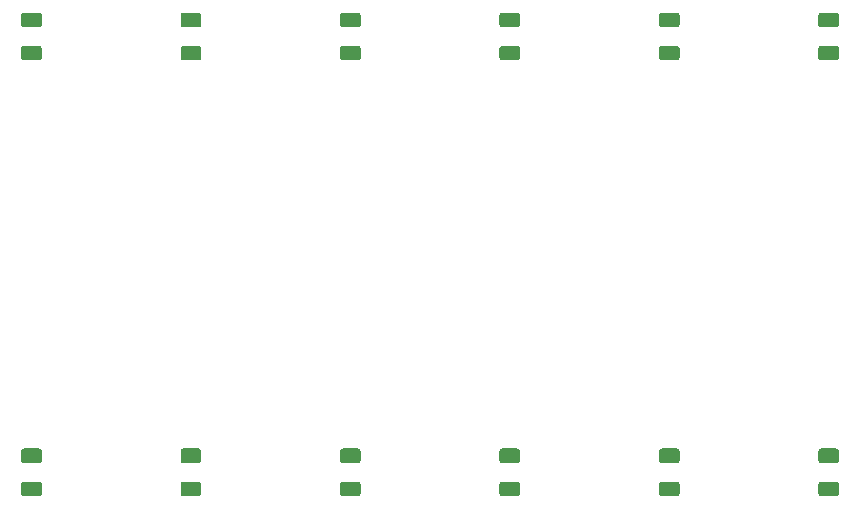
<source format=gbr>
G04 #@! TF.GenerationSoftware,KiCad,Pcbnew,(5.1.5)-3*
G04 #@! TF.CreationDate,2020-08-22T08:16:36+03:00*
G04 #@! TF.ProjectId,C5W LED series,43355720-4c45-4442-9073-65726965732e,rev?*
G04 #@! TF.SameCoordinates,Original*
G04 #@! TF.FileFunction,Paste,Bot*
G04 #@! TF.FilePolarity,Positive*
%FSLAX46Y46*%
G04 Gerber Fmt 4.6, Leading zero omitted, Abs format (unit mm)*
G04 Created by KiCad (PCBNEW (5.1.5)-3) date 2020-08-22 08:16:36*
%MOMM*%
%LPD*%
G04 APERTURE LIST*
%ADD10C,0.100000*%
G04 APERTURE END LIST*
D10*
G36*
X163849504Y-107926204D02*
G01*
X163873773Y-107929804D01*
X163897571Y-107935765D01*
X163920671Y-107944030D01*
X163942849Y-107954520D01*
X163963893Y-107967133D01*
X163983598Y-107981747D01*
X164001777Y-107998223D01*
X164018253Y-108016402D01*
X164032867Y-108036107D01*
X164045480Y-108057151D01*
X164055970Y-108079329D01*
X164064235Y-108102429D01*
X164070196Y-108126227D01*
X164073796Y-108150496D01*
X164075000Y-108175000D01*
X164075000Y-108925000D01*
X164073796Y-108949504D01*
X164070196Y-108973773D01*
X164064235Y-108997571D01*
X164055970Y-109020671D01*
X164045480Y-109042849D01*
X164032867Y-109063893D01*
X164018253Y-109083598D01*
X164001777Y-109101777D01*
X163983598Y-109118253D01*
X163963893Y-109132867D01*
X163942849Y-109145480D01*
X163920671Y-109155970D01*
X163897571Y-109164235D01*
X163873773Y-109170196D01*
X163849504Y-109173796D01*
X163825000Y-109175000D01*
X162575000Y-109175000D01*
X162550496Y-109173796D01*
X162526227Y-109170196D01*
X162502429Y-109164235D01*
X162479329Y-109155970D01*
X162457151Y-109145480D01*
X162436107Y-109132867D01*
X162416402Y-109118253D01*
X162398223Y-109101777D01*
X162381747Y-109083598D01*
X162367133Y-109063893D01*
X162354520Y-109042849D01*
X162344030Y-109020671D01*
X162335765Y-108997571D01*
X162329804Y-108973773D01*
X162326204Y-108949504D01*
X162325000Y-108925000D01*
X162325000Y-108175000D01*
X162326204Y-108150496D01*
X162329804Y-108126227D01*
X162335765Y-108102429D01*
X162344030Y-108079329D01*
X162354520Y-108057151D01*
X162367133Y-108036107D01*
X162381747Y-108016402D01*
X162398223Y-107998223D01*
X162416402Y-107981747D01*
X162436107Y-107967133D01*
X162457151Y-107954520D01*
X162479329Y-107944030D01*
X162502429Y-107935765D01*
X162526227Y-107929804D01*
X162550496Y-107926204D01*
X162575000Y-107925000D01*
X163825000Y-107925000D01*
X163849504Y-107926204D01*
G37*
G36*
X163849504Y-110726204D02*
G01*
X163873773Y-110729804D01*
X163897571Y-110735765D01*
X163920671Y-110744030D01*
X163942849Y-110754520D01*
X163963893Y-110767133D01*
X163983598Y-110781747D01*
X164001777Y-110798223D01*
X164018253Y-110816402D01*
X164032867Y-110836107D01*
X164045480Y-110857151D01*
X164055970Y-110879329D01*
X164064235Y-110902429D01*
X164070196Y-110926227D01*
X164073796Y-110950496D01*
X164075000Y-110975000D01*
X164075000Y-111725000D01*
X164073796Y-111749504D01*
X164070196Y-111773773D01*
X164064235Y-111797571D01*
X164055970Y-111820671D01*
X164045480Y-111842849D01*
X164032867Y-111863893D01*
X164018253Y-111883598D01*
X164001777Y-111901777D01*
X163983598Y-111918253D01*
X163963893Y-111932867D01*
X163942849Y-111945480D01*
X163920671Y-111955970D01*
X163897571Y-111964235D01*
X163873773Y-111970196D01*
X163849504Y-111973796D01*
X163825000Y-111975000D01*
X162575000Y-111975000D01*
X162550496Y-111973796D01*
X162526227Y-111970196D01*
X162502429Y-111964235D01*
X162479329Y-111955970D01*
X162457151Y-111945480D01*
X162436107Y-111932867D01*
X162416402Y-111918253D01*
X162398223Y-111901777D01*
X162381747Y-111883598D01*
X162367133Y-111863893D01*
X162354520Y-111842849D01*
X162344030Y-111820671D01*
X162335765Y-111797571D01*
X162329804Y-111773773D01*
X162326204Y-111749504D01*
X162325000Y-111725000D01*
X162325000Y-110975000D01*
X162326204Y-110950496D01*
X162329804Y-110926227D01*
X162335765Y-110902429D01*
X162344030Y-110879329D01*
X162354520Y-110857151D01*
X162367133Y-110836107D01*
X162381747Y-110816402D01*
X162398223Y-110798223D01*
X162416402Y-110781747D01*
X162436107Y-110767133D01*
X162457151Y-110754520D01*
X162479329Y-110744030D01*
X162502429Y-110735765D01*
X162526227Y-110729804D01*
X162550496Y-110726204D01*
X162575000Y-110725000D01*
X163825000Y-110725000D01*
X163849504Y-110726204D01*
G37*
G36*
X150349504Y-110726204D02*
G01*
X150373773Y-110729804D01*
X150397571Y-110735765D01*
X150420671Y-110744030D01*
X150442849Y-110754520D01*
X150463893Y-110767133D01*
X150483598Y-110781747D01*
X150501777Y-110798223D01*
X150518253Y-110816402D01*
X150532867Y-110836107D01*
X150545480Y-110857151D01*
X150555970Y-110879329D01*
X150564235Y-110902429D01*
X150570196Y-110926227D01*
X150573796Y-110950496D01*
X150575000Y-110975000D01*
X150575000Y-111725000D01*
X150573796Y-111749504D01*
X150570196Y-111773773D01*
X150564235Y-111797571D01*
X150555970Y-111820671D01*
X150545480Y-111842849D01*
X150532867Y-111863893D01*
X150518253Y-111883598D01*
X150501777Y-111901777D01*
X150483598Y-111918253D01*
X150463893Y-111932867D01*
X150442849Y-111945480D01*
X150420671Y-111955970D01*
X150397571Y-111964235D01*
X150373773Y-111970196D01*
X150349504Y-111973796D01*
X150325000Y-111975000D01*
X149075000Y-111975000D01*
X149050496Y-111973796D01*
X149026227Y-111970196D01*
X149002429Y-111964235D01*
X148979329Y-111955970D01*
X148957151Y-111945480D01*
X148936107Y-111932867D01*
X148916402Y-111918253D01*
X148898223Y-111901777D01*
X148881747Y-111883598D01*
X148867133Y-111863893D01*
X148854520Y-111842849D01*
X148844030Y-111820671D01*
X148835765Y-111797571D01*
X148829804Y-111773773D01*
X148826204Y-111749504D01*
X148825000Y-111725000D01*
X148825000Y-110975000D01*
X148826204Y-110950496D01*
X148829804Y-110926227D01*
X148835765Y-110902429D01*
X148844030Y-110879329D01*
X148854520Y-110857151D01*
X148867133Y-110836107D01*
X148881747Y-110816402D01*
X148898223Y-110798223D01*
X148916402Y-110781747D01*
X148936107Y-110767133D01*
X148957151Y-110754520D01*
X148979329Y-110744030D01*
X149002429Y-110735765D01*
X149026227Y-110729804D01*
X149050496Y-110726204D01*
X149075000Y-110725000D01*
X150325000Y-110725000D01*
X150349504Y-110726204D01*
G37*
G36*
X150349504Y-107926204D02*
G01*
X150373773Y-107929804D01*
X150397571Y-107935765D01*
X150420671Y-107944030D01*
X150442849Y-107954520D01*
X150463893Y-107967133D01*
X150483598Y-107981747D01*
X150501777Y-107998223D01*
X150518253Y-108016402D01*
X150532867Y-108036107D01*
X150545480Y-108057151D01*
X150555970Y-108079329D01*
X150564235Y-108102429D01*
X150570196Y-108126227D01*
X150573796Y-108150496D01*
X150575000Y-108175000D01*
X150575000Y-108925000D01*
X150573796Y-108949504D01*
X150570196Y-108973773D01*
X150564235Y-108997571D01*
X150555970Y-109020671D01*
X150545480Y-109042849D01*
X150532867Y-109063893D01*
X150518253Y-109083598D01*
X150501777Y-109101777D01*
X150483598Y-109118253D01*
X150463893Y-109132867D01*
X150442849Y-109145480D01*
X150420671Y-109155970D01*
X150397571Y-109164235D01*
X150373773Y-109170196D01*
X150349504Y-109173796D01*
X150325000Y-109175000D01*
X149075000Y-109175000D01*
X149050496Y-109173796D01*
X149026227Y-109170196D01*
X149002429Y-109164235D01*
X148979329Y-109155970D01*
X148957151Y-109145480D01*
X148936107Y-109132867D01*
X148916402Y-109118253D01*
X148898223Y-109101777D01*
X148881747Y-109083598D01*
X148867133Y-109063893D01*
X148854520Y-109042849D01*
X148844030Y-109020671D01*
X148835765Y-108997571D01*
X148829804Y-108973773D01*
X148826204Y-108949504D01*
X148825000Y-108925000D01*
X148825000Y-108175000D01*
X148826204Y-108150496D01*
X148829804Y-108126227D01*
X148835765Y-108102429D01*
X148844030Y-108079329D01*
X148854520Y-108057151D01*
X148867133Y-108036107D01*
X148881747Y-108016402D01*
X148898223Y-107998223D01*
X148916402Y-107981747D01*
X148936107Y-107967133D01*
X148957151Y-107954520D01*
X148979329Y-107944030D01*
X149002429Y-107935765D01*
X149026227Y-107929804D01*
X149050496Y-107926204D01*
X149075000Y-107925000D01*
X150325000Y-107925000D01*
X150349504Y-107926204D01*
G37*
G36*
X190849504Y-107926204D02*
G01*
X190873773Y-107929804D01*
X190897571Y-107935765D01*
X190920671Y-107944030D01*
X190942849Y-107954520D01*
X190963893Y-107967133D01*
X190983598Y-107981747D01*
X191001777Y-107998223D01*
X191018253Y-108016402D01*
X191032867Y-108036107D01*
X191045480Y-108057151D01*
X191055970Y-108079329D01*
X191064235Y-108102429D01*
X191070196Y-108126227D01*
X191073796Y-108150496D01*
X191075000Y-108175000D01*
X191075000Y-108925000D01*
X191073796Y-108949504D01*
X191070196Y-108973773D01*
X191064235Y-108997571D01*
X191055970Y-109020671D01*
X191045480Y-109042849D01*
X191032867Y-109063893D01*
X191018253Y-109083598D01*
X191001777Y-109101777D01*
X190983598Y-109118253D01*
X190963893Y-109132867D01*
X190942849Y-109145480D01*
X190920671Y-109155970D01*
X190897571Y-109164235D01*
X190873773Y-109170196D01*
X190849504Y-109173796D01*
X190825000Y-109175000D01*
X189575000Y-109175000D01*
X189550496Y-109173796D01*
X189526227Y-109170196D01*
X189502429Y-109164235D01*
X189479329Y-109155970D01*
X189457151Y-109145480D01*
X189436107Y-109132867D01*
X189416402Y-109118253D01*
X189398223Y-109101777D01*
X189381747Y-109083598D01*
X189367133Y-109063893D01*
X189354520Y-109042849D01*
X189344030Y-109020671D01*
X189335765Y-108997571D01*
X189329804Y-108973773D01*
X189326204Y-108949504D01*
X189325000Y-108925000D01*
X189325000Y-108175000D01*
X189326204Y-108150496D01*
X189329804Y-108126227D01*
X189335765Y-108102429D01*
X189344030Y-108079329D01*
X189354520Y-108057151D01*
X189367133Y-108036107D01*
X189381747Y-108016402D01*
X189398223Y-107998223D01*
X189416402Y-107981747D01*
X189436107Y-107967133D01*
X189457151Y-107954520D01*
X189479329Y-107944030D01*
X189502429Y-107935765D01*
X189526227Y-107929804D01*
X189550496Y-107926204D01*
X189575000Y-107925000D01*
X190825000Y-107925000D01*
X190849504Y-107926204D01*
G37*
G36*
X190849504Y-110726204D02*
G01*
X190873773Y-110729804D01*
X190897571Y-110735765D01*
X190920671Y-110744030D01*
X190942849Y-110754520D01*
X190963893Y-110767133D01*
X190983598Y-110781747D01*
X191001777Y-110798223D01*
X191018253Y-110816402D01*
X191032867Y-110836107D01*
X191045480Y-110857151D01*
X191055970Y-110879329D01*
X191064235Y-110902429D01*
X191070196Y-110926227D01*
X191073796Y-110950496D01*
X191075000Y-110975000D01*
X191075000Y-111725000D01*
X191073796Y-111749504D01*
X191070196Y-111773773D01*
X191064235Y-111797571D01*
X191055970Y-111820671D01*
X191045480Y-111842849D01*
X191032867Y-111863893D01*
X191018253Y-111883598D01*
X191001777Y-111901777D01*
X190983598Y-111918253D01*
X190963893Y-111932867D01*
X190942849Y-111945480D01*
X190920671Y-111955970D01*
X190897571Y-111964235D01*
X190873773Y-111970196D01*
X190849504Y-111973796D01*
X190825000Y-111975000D01*
X189575000Y-111975000D01*
X189550496Y-111973796D01*
X189526227Y-111970196D01*
X189502429Y-111964235D01*
X189479329Y-111955970D01*
X189457151Y-111945480D01*
X189436107Y-111932867D01*
X189416402Y-111918253D01*
X189398223Y-111901777D01*
X189381747Y-111883598D01*
X189367133Y-111863893D01*
X189354520Y-111842849D01*
X189344030Y-111820671D01*
X189335765Y-111797571D01*
X189329804Y-111773773D01*
X189326204Y-111749504D01*
X189325000Y-111725000D01*
X189325000Y-110975000D01*
X189326204Y-110950496D01*
X189329804Y-110926227D01*
X189335765Y-110902429D01*
X189344030Y-110879329D01*
X189354520Y-110857151D01*
X189367133Y-110836107D01*
X189381747Y-110816402D01*
X189398223Y-110798223D01*
X189416402Y-110781747D01*
X189436107Y-110767133D01*
X189457151Y-110754520D01*
X189479329Y-110744030D01*
X189502429Y-110735765D01*
X189526227Y-110729804D01*
X189550496Y-110726204D01*
X189575000Y-110725000D01*
X190825000Y-110725000D01*
X190849504Y-110726204D01*
G37*
G36*
X204349504Y-110726204D02*
G01*
X204373773Y-110729804D01*
X204397571Y-110735765D01*
X204420671Y-110744030D01*
X204442849Y-110754520D01*
X204463893Y-110767133D01*
X204483598Y-110781747D01*
X204501777Y-110798223D01*
X204518253Y-110816402D01*
X204532867Y-110836107D01*
X204545480Y-110857151D01*
X204555970Y-110879329D01*
X204564235Y-110902429D01*
X204570196Y-110926227D01*
X204573796Y-110950496D01*
X204575000Y-110975000D01*
X204575000Y-111725000D01*
X204573796Y-111749504D01*
X204570196Y-111773773D01*
X204564235Y-111797571D01*
X204555970Y-111820671D01*
X204545480Y-111842849D01*
X204532867Y-111863893D01*
X204518253Y-111883598D01*
X204501777Y-111901777D01*
X204483598Y-111918253D01*
X204463893Y-111932867D01*
X204442849Y-111945480D01*
X204420671Y-111955970D01*
X204397571Y-111964235D01*
X204373773Y-111970196D01*
X204349504Y-111973796D01*
X204325000Y-111975000D01*
X203075000Y-111975000D01*
X203050496Y-111973796D01*
X203026227Y-111970196D01*
X203002429Y-111964235D01*
X202979329Y-111955970D01*
X202957151Y-111945480D01*
X202936107Y-111932867D01*
X202916402Y-111918253D01*
X202898223Y-111901777D01*
X202881747Y-111883598D01*
X202867133Y-111863893D01*
X202854520Y-111842849D01*
X202844030Y-111820671D01*
X202835765Y-111797571D01*
X202829804Y-111773773D01*
X202826204Y-111749504D01*
X202825000Y-111725000D01*
X202825000Y-110975000D01*
X202826204Y-110950496D01*
X202829804Y-110926227D01*
X202835765Y-110902429D01*
X202844030Y-110879329D01*
X202854520Y-110857151D01*
X202867133Y-110836107D01*
X202881747Y-110816402D01*
X202898223Y-110798223D01*
X202916402Y-110781747D01*
X202936107Y-110767133D01*
X202957151Y-110754520D01*
X202979329Y-110744030D01*
X203002429Y-110735765D01*
X203026227Y-110729804D01*
X203050496Y-110726204D01*
X203075000Y-110725000D01*
X204325000Y-110725000D01*
X204349504Y-110726204D01*
G37*
G36*
X204349504Y-107926204D02*
G01*
X204373773Y-107929804D01*
X204397571Y-107935765D01*
X204420671Y-107944030D01*
X204442849Y-107954520D01*
X204463893Y-107967133D01*
X204483598Y-107981747D01*
X204501777Y-107998223D01*
X204518253Y-108016402D01*
X204532867Y-108036107D01*
X204545480Y-108057151D01*
X204555970Y-108079329D01*
X204564235Y-108102429D01*
X204570196Y-108126227D01*
X204573796Y-108150496D01*
X204575000Y-108175000D01*
X204575000Y-108925000D01*
X204573796Y-108949504D01*
X204570196Y-108973773D01*
X204564235Y-108997571D01*
X204555970Y-109020671D01*
X204545480Y-109042849D01*
X204532867Y-109063893D01*
X204518253Y-109083598D01*
X204501777Y-109101777D01*
X204483598Y-109118253D01*
X204463893Y-109132867D01*
X204442849Y-109145480D01*
X204420671Y-109155970D01*
X204397571Y-109164235D01*
X204373773Y-109170196D01*
X204349504Y-109173796D01*
X204325000Y-109175000D01*
X203075000Y-109175000D01*
X203050496Y-109173796D01*
X203026227Y-109170196D01*
X203002429Y-109164235D01*
X202979329Y-109155970D01*
X202957151Y-109145480D01*
X202936107Y-109132867D01*
X202916402Y-109118253D01*
X202898223Y-109101777D01*
X202881747Y-109083598D01*
X202867133Y-109063893D01*
X202854520Y-109042849D01*
X202844030Y-109020671D01*
X202835765Y-108997571D01*
X202829804Y-108973773D01*
X202826204Y-108949504D01*
X202825000Y-108925000D01*
X202825000Y-108175000D01*
X202826204Y-108150496D01*
X202829804Y-108126227D01*
X202835765Y-108102429D01*
X202844030Y-108079329D01*
X202854520Y-108057151D01*
X202867133Y-108036107D01*
X202881747Y-108016402D01*
X202898223Y-107998223D01*
X202916402Y-107981747D01*
X202936107Y-107967133D01*
X202957151Y-107954520D01*
X202979329Y-107944030D01*
X203002429Y-107935765D01*
X203026227Y-107929804D01*
X203050496Y-107926204D01*
X203075000Y-107925000D01*
X204325000Y-107925000D01*
X204349504Y-107926204D01*
G37*
G36*
X177349504Y-110726204D02*
G01*
X177373773Y-110729804D01*
X177397571Y-110735765D01*
X177420671Y-110744030D01*
X177442849Y-110754520D01*
X177463893Y-110767133D01*
X177483598Y-110781747D01*
X177501777Y-110798223D01*
X177518253Y-110816402D01*
X177532867Y-110836107D01*
X177545480Y-110857151D01*
X177555970Y-110879329D01*
X177564235Y-110902429D01*
X177570196Y-110926227D01*
X177573796Y-110950496D01*
X177575000Y-110975000D01*
X177575000Y-111725000D01*
X177573796Y-111749504D01*
X177570196Y-111773773D01*
X177564235Y-111797571D01*
X177555970Y-111820671D01*
X177545480Y-111842849D01*
X177532867Y-111863893D01*
X177518253Y-111883598D01*
X177501777Y-111901777D01*
X177483598Y-111918253D01*
X177463893Y-111932867D01*
X177442849Y-111945480D01*
X177420671Y-111955970D01*
X177397571Y-111964235D01*
X177373773Y-111970196D01*
X177349504Y-111973796D01*
X177325000Y-111975000D01*
X176075000Y-111975000D01*
X176050496Y-111973796D01*
X176026227Y-111970196D01*
X176002429Y-111964235D01*
X175979329Y-111955970D01*
X175957151Y-111945480D01*
X175936107Y-111932867D01*
X175916402Y-111918253D01*
X175898223Y-111901777D01*
X175881747Y-111883598D01*
X175867133Y-111863893D01*
X175854520Y-111842849D01*
X175844030Y-111820671D01*
X175835765Y-111797571D01*
X175829804Y-111773773D01*
X175826204Y-111749504D01*
X175825000Y-111725000D01*
X175825000Y-110975000D01*
X175826204Y-110950496D01*
X175829804Y-110926227D01*
X175835765Y-110902429D01*
X175844030Y-110879329D01*
X175854520Y-110857151D01*
X175867133Y-110836107D01*
X175881747Y-110816402D01*
X175898223Y-110798223D01*
X175916402Y-110781747D01*
X175936107Y-110767133D01*
X175957151Y-110754520D01*
X175979329Y-110744030D01*
X176002429Y-110735765D01*
X176026227Y-110729804D01*
X176050496Y-110726204D01*
X176075000Y-110725000D01*
X177325000Y-110725000D01*
X177349504Y-110726204D01*
G37*
G36*
X177349504Y-107926204D02*
G01*
X177373773Y-107929804D01*
X177397571Y-107935765D01*
X177420671Y-107944030D01*
X177442849Y-107954520D01*
X177463893Y-107967133D01*
X177483598Y-107981747D01*
X177501777Y-107998223D01*
X177518253Y-108016402D01*
X177532867Y-108036107D01*
X177545480Y-108057151D01*
X177555970Y-108079329D01*
X177564235Y-108102429D01*
X177570196Y-108126227D01*
X177573796Y-108150496D01*
X177575000Y-108175000D01*
X177575000Y-108925000D01*
X177573796Y-108949504D01*
X177570196Y-108973773D01*
X177564235Y-108997571D01*
X177555970Y-109020671D01*
X177545480Y-109042849D01*
X177532867Y-109063893D01*
X177518253Y-109083598D01*
X177501777Y-109101777D01*
X177483598Y-109118253D01*
X177463893Y-109132867D01*
X177442849Y-109145480D01*
X177420671Y-109155970D01*
X177397571Y-109164235D01*
X177373773Y-109170196D01*
X177349504Y-109173796D01*
X177325000Y-109175000D01*
X176075000Y-109175000D01*
X176050496Y-109173796D01*
X176026227Y-109170196D01*
X176002429Y-109164235D01*
X175979329Y-109155970D01*
X175957151Y-109145480D01*
X175936107Y-109132867D01*
X175916402Y-109118253D01*
X175898223Y-109101777D01*
X175881747Y-109083598D01*
X175867133Y-109063893D01*
X175854520Y-109042849D01*
X175844030Y-109020671D01*
X175835765Y-108997571D01*
X175829804Y-108973773D01*
X175826204Y-108949504D01*
X175825000Y-108925000D01*
X175825000Y-108175000D01*
X175826204Y-108150496D01*
X175829804Y-108126227D01*
X175835765Y-108102429D01*
X175844030Y-108079329D01*
X175854520Y-108057151D01*
X175867133Y-108036107D01*
X175881747Y-108016402D01*
X175898223Y-107998223D01*
X175916402Y-107981747D01*
X175936107Y-107967133D01*
X175957151Y-107954520D01*
X175979329Y-107944030D01*
X176002429Y-107935765D01*
X176026227Y-107929804D01*
X176050496Y-107926204D01*
X176075000Y-107925000D01*
X177325000Y-107925000D01*
X177349504Y-107926204D01*
G37*
G36*
X136849504Y-107926204D02*
G01*
X136873773Y-107929804D01*
X136897571Y-107935765D01*
X136920671Y-107944030D01*
X136942849Y-107954520D01*
X136963893Y-107967133D01*
X136983598Y-107981747D01*
X137001777Y-107998223D01*
X137018253Y-108016402D01*
X137032867Y-108036107D01*
X137045480Y-108057151D01*
X137055970Y-108079329D01*
X137064235Y-108102429D01*
X137070196Y-108126227D01*
X137073796Y-108150496D01*
X137075000Y-108175000D01*
X137075000Y-108925000D01*
X137073796Y-108949504D01*
X137070196Y-108973773D01*
X137064235Y-108997571D01*
X137055970Y-109020671D01*
X137045480Y-109042849D01*
X137032867Y-109063893D01*
X137018253Y-109083598D01*
X137001777Y-109101777D01*
X136983598Y-109118253D01*
X136963893Y-109132867D01*
X136942849Y-109145480D01*
X136920671Y-109155970D01*
X136897571Y-109164235D01*
X136873773Y-109170196D01*
X136849504Y-109173796D01*
X136825000Y-109175000D01*
X135575000Y-109175000D01*
X135550496Y-109173796D01*
X135526227Y-109170196D01*
X135502429Y-109164235D01*
X135479329Y-109155970D01*
X135457151Y-109145480D01*
X135436107Y-109132867D01*
X135416402Y-109118253D01*
X135398223Y-109101777D01*
X135381747Y-109083598D01*
X135367133Y-109063893D01*
X135354520Y-109042849D01*
X135344030Y-109020671D01*
X135335765Y-108997571D01*
X135329804Y-108973773D01*
X135326204Y-108949504D01*
X135325000Y-108925000D01*
X135325000Y-108175000D01*
X135326204Y-108150496D01*
X135329804Y-108126227D01*
X135335765Y-108102429D01*
X135344030Y-108079329D01*
X135354520Y-108057151D01*
X135367133Y-108036107D01*
X135381747Y-108016402D01*
X135398223Y-107998223D01*
X135416402Y-107981747D01*
X135436107Y-107967133D01*
X135457151Y-107954520D01*
X135479329Y-107944030D01*
X135502429Y-107935765D01*
X135526227Y-107929804D01*
X135550496Y-107926204D01*
X135575000Y-107925000D01*
X136825000Y-107925000D01*
X136849504Y-107926204D01*
G37*
G36*
X136849504Y-110726204D02*
G01*
X136873773Y-110729804D01*
X136897571Y-110735765D01*
X136920671Y-110744030D01*
X136942849Y-110754520D01*
X136963893Y-110767133D01*
X136983598Y-110781747D01*
X137001777Y-110798223D01*
X137018253Y-110816402D01*
X137032867Y-110836107D01*
X137045480Y-110857151D01*
X137055970Y-110879329D01*
X137064235Y-110902429D01*
X137070196Y-110926227D01*
X137073796Y-110950496D01*
X137075000Y-110975000D01*
X137075000Y-111725000D01*
X137073796Y-111749504D01*
X137070196Y-111773773D01*
X137064235Y-111797571D01*
X137055970Y-111820671D01*
X137045480Y-111842849D01*
X137032867Y-111863893D01*
X137018253Y-111883598D01*
X137001777Y-111901777D01*
X136983598Y-111918253D01*
X136963893Y-111932867D01*
X136942849Y-111945480D01*
X136920671Y-111955970D01*
X136897571Y-111964235D01*
X136873773Y-111970196D01*
X136849504Y-111973796D01*
X136825000Y-111975000D01*
X135575000Y-111975000D01*
X135550496Y-111973796D01*
X135526227Y-111970196D01*
X135502429Y-111964235D01*
X135479329Y-111955970D01*
X135457151Y-111945480D01*
X135436107Y-111932867D01*
X135416402Y-111918253D01*
X135398223Y-111901777D01*
X135381747Y-111883598D01*
X135367133Y-111863893D01*
X135354520Y-111842849D01*
X135344030Y-111820671D01*
X135335765Y-111797571D01*
X135329804Y-111773773D01*
X135326204Y-111749504D01*
X135325000Y-111725000D01*
X135325000Y-110975000D01*
X135326204Y-110950496D01*
X135329804Y-110926227D01*
X135335765Y-110902429D01*
X135344030Y-110879329D01*
X135354520Y-110857151D01*
X135367133Y-110836107D01*
X135381747Y-110816402D01*
X135398223Y-110798223D01*
X135416402Y-110781747D01*
X135436107Y-110767133D01*
X135457151Y-110754520D01*
X135479329Y-110744030D01*
X135502429Y-110735765D01*
X135526227Y-110729804D01*
X135550496Y-110726204D01*
X135575000Y-110725000D01*
X136825000Y-110725000D01*
X136849504Y-110726204D01*
G37*
G36*
X204349504Y-71026204D02*
G01*
X204373773Y-71029804D01*
X204397571Y-71035765D01*
X204420671Y-71044030D01*
X204442849Y-71054520D01*
X204463893Y-71067133D01*
X204483598Y-71081747D01*
X204501777Y-71098223D01*
X204518253Y-71116402D01*
X204532867Y-71136107D01*
X204545480Y-71157151D01*
X204555970Y-71179329D01*
X204564235Y-71202429D01*
X204570196Y-71226227D01*
X204573796Y-71250496D01*
X204575000Y-71275000D01*
X204575000Y-72025000D01*
X204573796Y-72049504D01*
X204570196Y-72073773D01*
X204564235Y-72097571D01*
X204555970Y-72120671D01*
X204545480Y-72142849D01*
X204532867Y-72163893D01*
X204518253Y-72183598D01*
X204501777Y-72201777D01*
X204483598Y-72218253D01*
X204463893Y-72232867D01*
X204442849Y-72245480D01*
X204420671Y-72255970D01*
X204397571Y-72264235D01*
X204373773Y-72270196D01*
X204349504Y-72273796D01*
X204325000Y-72275000D01*
X203075000Y-72275000D01*
X203050496Y-72273796D01*
X203026227Y-72270196D01*
X203002429Y-72264235D01*
X202979329Y-72255970D01*
X202957151Y-72245480D01*
X202936107Y-72232867D01*
X202916402Y-72218253D01*
X202898223Y-72201777D01*
X202881747Y-72183598D01*
X202867133Y-72163893D01*
X202854520Y-72142849D01*
X202844030Y-72120671D01*
X202835765Y-72097571D01*
X202829804Y-72073773D01*
X202826204Y-72049504D01*
X202825000Y-72025000D01*
X202825000Y-71275000D01*
X202826204Y-71250496D01*
X202829804Y-71226227D01*
X202835765Y-71202429D01*
X202844030Y-71179329D01*
X202854520Y-71157151D01*
X202867133Y-71136107D01*
X202881747Y-71116402D01*
X202898223Y-71098223D01*
X202916402Y-71081747D01*
X202936107Y-71067133D01*
X202957151Y-71054520D01*
X202979329Y-71044030D01*
X203002429Y-71035765D01*
X203026227Y-71029804D01*
X203050496Y-71026204D01*
X203075000Y-71025000D01*
X204325000Y-71025000D01*
X204349504Y-71026204D01*
G37*
G36*
X204349504Y-73826204D02*
G01*
X204373773Y-73829804D01*
X204397571Y-73835765D01*
X204420671Y-73844030D01*
X204442849Y-73854520D01*
X204463893Y-73867133D01*
X204483598Y-73881747D01*
X204501777Y-73898223D01*
X204518253Y-73916402D01*
X204532867Y-73936107D01*
X204545480Y-73957151D01*
X204555970Y-73979329D01*
X204564235Y-74002429D01*
X204570196Y-74026227D01*
X204573796Y-74050496D01*
X204575000Y-74075000D01*
X204575000Y-74825000D01*
X204573796Y-74849504D01*
X204570196Y-74873773D01*
X204564235Y-74897571D01*
X204555970Y-74920671D01*
X204545480Y-74942849D01*
X204532867Y-74963893D01*
X204518253Y-74983598D01*
X204501777Y-75001777D01*
X204483598Y-75018253D01*
X204463893Y-75032867D01*
X204442849Y-75045480D01*
X204420671Y-75055970D01*
X204397571Y-75064235D01*
X204373773Y-75070196D01*
X204349504Y-75073796D01*
X204325000Y-75075000D01*
X203075000Y-75075000D01*
X203050496Y-75073796D01*
X203026227Y-75070196D01*
X203002429Y-75064235D01*
X202979329Y-75055970D01*
X202957151Y-75045480D01*
X202936107Y-75032867D01*
X202916402Y-75018253D01*
X202898223Y-75001777D01*
X202881747Y-74983598D01*
X202867133Y-74963893D01*
X202854520Y-74942849D01*
X202844030Y-74920671D01*
X202835765Y-74897571D01*
X202829804Y-74873773D01*
X202826204Y-74849504D01*
X202825000Y-74825000D01*
X202825000Y-74075000D01*
X202826204Y-74050496D01*
X202829804Y-74026227D01*
X202835765Y-74002429D01*
X202844030Y-73979329D01*
X202854520Y-73957151D01*
X202867133Y-73936107D01*
X202881747Y-73916402D01*
X202898223Y-73898223D01*
X202916402Y-73881747D01*
X202936107Y-73867133D01*
X202957151Y-73854520D01*
X202979329Y-73844030D01*
X203002429Y-73835765D01*
X203026227Y-73829804D01*
X203050496Y-73826204D01*
X203075000Y-73825000D01*
X204325000Y-73825000D01*
X204349504Y-73826204D01*
G37*
G36*
X190849504Y-73826204D02*
G01*
X190873773Y-73829804D01*
X190897571Y-73835765D01*
X190920671Y-73844030D01*
X190942849Y-73854520D01*
X190963893Y-73867133D01*
X190983598Y-73881747D01*
X191001777Y-73898223D01*
X191018253Y-73916402D01*
X191032867Y-73936107D01*
X191045480Y-73957151D01*
X191055970Y-73979329D01*
X191064235Y-74002429D01*
X191070196Y-74026227D01*
X191073796Y-74050496D01*
X191075000Y-74075000D01*
X191075000Y-74825000D01*
X191073796Y-74849504D01*
X191070196Y-74873773D01*
X191064235Y-74897571D01*
X191055970Y-74920671D01*
X191045480Y-74942849D01*
X191032867Y-74963893D01*
X191018253Y-74983598D01*
X191001777Y-75001777D01*
X190983598Y-75018253D01*
X190963893Y-75032867D01*
X190942849Y-75045480D01*
X190920671Y-75055970D01*
X190897571Y-75064235D01*
X190873773Y-75070196D01*
X190849504Y-75073796D01*
X190825000Y-75075000D01*
X189575000Y-75075000D01*
X189550496Y-75073796D01*
X189526227Y-75070196D01*
X189502429Y-75064235D01*
X189479329Y-75055970D01*
X189457151Y-75045480D01*
X189436107Y-75032867D01*
X189416402Y-75018253D01*
X189398223Y-75001777D01*
X189381747Y-74983598D01*
X189367133Y-74963893D01*
X189354520Y-74942849D01*
X189344030Y-74920671D01*
X189335765Y-74897571D01*
X189329804Y-74873773D01*
X189326204Y-74849504D01*
X189325000Y-74825000D01*
X189325000Y-74075000D01*
X189326204Y-74050496D01*
X189329804Y-74026227D01*
X189335765Y-74002429D01*
X189344030Y-73979329D01*
X189354520Y-73957151D01*
X189367133Y-73936107D01*
X189381747Y-73916402D01*
X189398223Y-73898223D01*
X189416402Y-73881747D01*
X189436107Y-73867133D01*
X189457151Y-73854520D01*
X189479329Y-73844030D01*
X189502429Y-73835765D01*
X189526227Y-73829804D01*
X189550496Y-73826204D01*
X189575000Y-73825000D01*
X190825000Y-73825000D01*
X190849504Y-73826204D01*
G37*
G36*
X190849504Y-71026204D02*
G01*
X190873773Y-71029804D01*
X190897571Y-71035765D01*
X190920671Y-71044030D01*
X190942849Y-71054520D01*
X190963893Y-71067133D01*
X190983598Y-71081747D01*
X191001777Y-71098223D01*
X191018253Y-71116402D01*
X191032867Y-71136107D01*
X191045480Y-71157151D01*
X191055970Y-71179329D01*
X191064235Y-71202429D01*
X191070196Y-71226227D01*
X191073796Y-71250496D01*
X191075000Y-71275000D01*
X191075000Y-72025000D01*
X191073796Y-72049504D01*
X191070196Y-72073773D01*
X191064235Y-72097571D01*
X191055970Y-72120671D01*
X191045480Y-72142849D01*
X191032867Y-72163893D01*
X191018253Y-72183598D01*
X191001777Y-72201777D01*
X190983598Y-72218253D01*
X190963893Y-72232867D01*
X190942849Y-72245480D01*
X190920671Y-72255970D01*
X190897571Y-72264235D01*
X190873773Y-72270196D01*
X190849504Y-72273796D01*
X190825000Y-72275000D01*
X189575000Y-72275000D01*
X189550496Y-72273796D01*
X189526227Y-72270196D01*
X189502429Y-72264235D01*
X189479329Y-72255970D01*
X189457151Y-72245480D01*
X189436107Y-72232867D01*
X189416402Y-72218253D01*
X189398223Y-72201777D01*
X189381747Y-72183598D01*
X189367133Y-72163893D01*
X189354520Y-72142849D01*
X189344030Y-72120671D01*
X189335765Y-72097571D01*
X189329804Y-72073773D01*
X189326204Y-72049504D01*
X189325000Y-72025000D01*
X189325000Y-71275000D01*
X189326204Y-71250496D01*
X189329804Y-71226227D01*
X189335765Y-71202429D01*
X189344030Y-71179329D01*
X189354520Y-71157151D01*
X189367133Y-71136107D01*
X189381747Y-71116402D01*
X189398223Y-71098223D01*
X189416402Y-71081747D01*
X189436107Y-71067133D01*
X189457151Y-71054520D01*
X189479329Y-71044030D01*
X189502429Y-71035765D01*
X189526227Y-71029804D01*
X189550496Y-71026204D01*
X189575000Y-71025000D01*
X190825000Y-71025000D01*
X190849504Y-71026204D01*
G37*
G36*
X177349504Y-71026204D02*
G01*
X177373773Y-71029804D01*
X177397571Y-71035765D01*
X177420671Y-71044030D01*
X177442849Y-71054520D01*
X177463893Y-71067133D01*
X177483598Y-71081747D01*
X177501777Y-71098223D01*
X177518253Y-71116402D01*
X177532867Y-71136107D01*
X177545480Y-71157151D01*
X177555970Y-71179329D01*
X177564235Y-71202429D01*
X177570196Y-71226227D01*
X177573796Y-71250496D01*
X177575000Y-71275000D01*
X177575000Y-72025000D01*
X177573796Y-72049504D01*
X177570196Y-72073773D01*
X177564235Y-72097571D01*
X177555970Y-72120671D01*
X177545480Y-72142849D01*
X177532867Y-72163893D01*
X177518253Y-72183598D01*
X177501777Y-72201777D01*
X177483598Y-72218253D01*
X177463893Y-72232867D01*
X177442849Y-72245480D01*
X177420671Y-72255970D01*
X177397571Y-72264235D01*
X177373773Y-72270196D01*
X177349504Y-72273796D01*
X177325000Y-72275000D01*
X176075000Y-72275000D01*
X176050496Y-72273796D01*
X176026227Y-72270196D01*
X176002429Y-72264235D01*
X175979329Y-72255970D01*
X175957151Y-72245480D01*
X175936107Y-72232867D01*
X175916402Y-72218253D01*
X175898223Y-72201777D01*
X175881747Y-72183598D01*
X175867133Y-72163893D01*
X175854520Y-72142849D01*
X175844030Y-72120671D01*
X175835765Y-72097571D01*
X175829804Y-72073773D01*
X175826204Y-72049504D01*
X175825000Y-72025000D01*
X175825000Y-71275000D01*
X175826204Y-71250496D01*
X175829804Y-71226227D01*
X175835765Y-71202429D01*
X175844030Y-71179329D01*
X175854520Y-71157151D01*
X175867133Y-71136107D01*
X175881747Y-71116402D01*
X175898223Y-71098223D01*
X175916402Y-71081747D01*
X175936107Y-71067133D01*
X175957151Y-71054520D01*
X175979329Y-71044030D01*
X176002429Y-71035765D01*
X176026227Y-71029804D01*
X176050496Y-71026204D01*
X176075000Y-71025000D01*
X177325000Y-71025000D01*
X177349504Y-71026204D01*
G37*
G36*
X177349504Y-73826204D02*
G01*
X177373773Y-73829804D01*
X177397571Y-73835765D01*
X177420671Y-73844030D01*
X177442849Y-73854520D01*
X177463893Y-73867133D01*
X177483598Y-73881747D01*
X177501777Y-73898223D01*
X177518253Y-73916402D01*
X177532867Y-73936107D01*
X177545480Y-73957151D01*
X177555970Y-73979329D01*
X177564235Y-74002429D01*
X177570196Y-74026227D01*
X177573796Y-74050496D01*
X177575000Y-74075000D01*
X177575000Y-74825000D01*
X177573796Y-74849504D01*
X177570196Y-74873773D01*
X177564235Y-74897571D01*
X177555970Y-74920671D01*
X177545480Y-74942849D01*
X177532867Y-74963893D01*
X177518253Y-74983598D01*
X177501777Y-75001777D01*
X177483598Y-75018253D01*
X177463893Y-75032867D01*
X177442849Y-75045480D01*
X177420671Y-75055970D01*
X177397571Y-75064235D01*
X177373773Y-75070196D01*
X177349504Y-75073796D01*
X177325000Y-75075000D01*
X176075000Y-75075000D01*
X176050496Y-75073796D01*
X176026227Y-75070196D01*
X176002429Y-75064235D01*
X175979329Y-75055970D01*
X175957151Y-75045480D01*
X175936107Y-75032867D01*
X175916402Y-75018253D01*
X175898223Y-75001777D01*
X175881747Y-74983598D01*
X175867133Y-74963893D01*
X175854520Y-74942849D01*
X175844030Y-74920671D01*
X175835765Y-74897571D01*
X175829804Y-74873773D01*
X175826204Y-74849504D01*
X175825000Y-74825000D01*
X175825000Y-74075000D01*
X175826204Y-74050496D01*
X175829804Y-74026227D01*
X175835765Y-74002429D01*
X175844030Y-73979329D01*
X175854520Y-73957151D01*
X175867133Y-73936107D01*
X175881747Y-73916402D01*
X175898223Y-73898223D01*
X175916402Y-73881747D01*
X175936107Y-73867133D01*
X175957151Y-73854520D01*
X175979329Y-73844030D01*
X176002429Y-73835765D01*
X176026227Y-73829804D01*
X176050496Y-73826204D01*
X176075000Y-73825000D01*
X177325000Y-73825000D01*
X177349504Y-73826204D01*
G37*
G36*
X163849504Y-73826204D02*
G01*
X163873773Y-73829804D01*
X163897571Y-73835765D01*
X163920671Y-73844030D01*
X163942849Y-73854520D01*
X163963893Y-73867133D01*
X163983598Y-73881747D01*
X164001777Y-73898223D01*
X164018253Y-73916402D01*
X164032867Y-73936107D01*
X164045480Y-73957151D01*
X164055970Y-73979329D01*
X164064235Y-74002429D01*
X164070196Y-74026227D01*
X164073796Y-74050496D01*
X164075000Y-74075000D01*
X164075000Y-74825000D01*
X164073796Y-74849504D01*
X164070196Y-74873773D01*
X164064235Y-74897571D01*
X164055970Y-74920671D01*
X164045480Y-74942849D01*
X164032867Y-74963893D01*
X164018253Y-74983598D01*
X164001777Y-75001777D01*
X163983598Y-75018253D01*
X163963893Y-75032867D01*
X163942849Y-75045480D01*
X163920671Y-75055970D01*
X163897571Y-75064235D01*
X163873773Y-75070196D01*
X163849504Y-75073796D01*
X163825000Y-75075000D01*
X162575000Y-75075000D01*
X162550496Y-75073796D01*
X162526227Y-75070196D01*
X162502429Y-75064235D01*
X162479329Y-75055970D01*
X162457151Y-75045480D01*
X162436107Y-75032867D01*
X162416402Y-75018253D01*
X162398223Y-75001777D01*
X162381747Y-74983598D01*
X162367133Y-74963893D01*
X162354520Y-74942849D01*
X162344030Y-74920671D01*
X162335765Y-74897571D01*
X162329804Y-74873773D01*
X162326204Y-74849504D01*
X162325000Y-74825000D01*
X162325000Y-74075000D01*
X162326204Y-74050496D01*
X162329804Y-74026227D01*
X162335765Y-74002429D01*
X162344030Y-73979329D01*
X162354520Y-73957151D01*
X162367133Y-73936107D01*
X162381747Y-73916402D01*
X162398223Y-73898223D01*
X162416402Y-73881747D01*
X162436107Y-73867133D01*
X162457151Y-73854520D01*
X162479329Y-73844030D01*
X162502429Y-73835765D01*
X162526227Y-73829804D01*
X162550496Y-73826204D01*
X162575000Y-73825000D01*
X163825000Y-73825000D01*
X163849504Y-73826204D01*
G37*
G36*
X163849504Y-71026204D02*
G01*
X163873773Y-71029804D01*
X163897571Y-71035765D01*
X163920671Y-71044030D01*
X163942849Y-71054520D01*
X163963893Y-71067133D01*
X163983598Y-71081747D01*
X164001777Y-71098223D01*
X164018253Y-71116402D01*
X164032867Y-71136107D01*
X164045480Y-71157151D01*
X164055970Y-71179329D01*
X164064235Y-71202429D01*
X164070196Y-71226227D01*
X164073796Y-71250496D01*
X164075000Y-71275000D01*
X164075000Y-72025000D01*
X164073796Y-72049504D01*
X164070196Y-72073773D01*
X164064235Y-72097571D01*
X164055970Y-72120671D01*
X164045480Y-72142849D01*
X164032867Y-72163893D01*
X164018253Y-72183598D01*
X164001777Y-72201777D01*
X163983598Y-72218253D01*
X163963893Y-72232867D01*
X163942849Y-72245480D01*
X163920671Y-72255970D01*
X163897571Y-72264235D01*
X163873773Y-72270196D01*
X163849504Y-72273796D01*
X163825000Y-72275000D01*
X162575000Y-72275000D01*
X162550496Y-72273796D01*
X162526227Y-72270196D01*
X162502429Y-72264235D01*
X162479329Y-72255970D01*
X162457151Y-72245480D01*
X162436107Y-72232867D01*
X162416402Y-72218253D01*
X162398223Y-72201777D01*
X162381747Y-72183598D01*
X162367133Y-72163893D01*
X162354520Y-72142849D01*
X162344030Y-72120671D01*
X162335765Y-72097571D01*
X162329804Y-72073773D01*
X162326204Y-72049504D01*
X162325000Y-72025000D01*
X162325000Y-71275000D01*
X162326204Y-71250496D01*
X162329804Y-71226227D01*
X162335765Y-71202429D01*
X162344030Y-71179329D01*
X162354520Y-71157151D01*
X162367133Y-71136107D01*
X162381747Y-71116402D01*
X162398223Y-71098223D01*
X162416402Y-71081747D01*
X162436107Y-71067133D01*
X162457151Y-71054520D01*
X162479329Y-71044030D01*
X162502429Y-71035765D01*
X162526227Y-71029804D01*
X162550496Y-71026204D01*
X162575000Y-71025000D01*
X163825000Y-71025000D01*
X163849504Y-71026204D01*
G37*
G36*
X150349504Y-71026204D02*
G01*
X150373773Y-71029804D01*
X150397571Y-71035765D01*
X150420671Y-71044030D01*
X150442849Y-71054520D01*
X150463893Y-71067133D01*
X150483598Y-71081747D01*
X150501777Y-71098223D01*
X150518253Y-71116402D01*
X150532867Y-71136107D01*
X150545480Y-71157151D01*
X150555970Y-71179329D01*
X150564235Y-71202429D01*
X150570196Y-71226227D01*
X150573796Y-71250496D01*
X150575000Y-71275000D01*
X150575000Y-72025000D01*
X150573796Y-72049504D01*
X150570196Y-72073773D01*
X150564235Y-72097571D01*
X150555970Y-72120671D01*
X150545480Y-72142849D01*
X150532867Y-72163893D01*
X150518253Y-72183598D01*
X150501777Y-72201777D01*
X150483598Y-72218253D01*
X150463893Y-72232867D01*
X150442849Y-72245480D01*
X150420671Y-72255970D01*
X150397571Y-72264235D01*
X150373773Y-72270196D01*
X150349504Y-72273796D01*
X150325000Y-72275000D01*
X149075000Y-72275000D01*
X149050496Y-72273796D01*
X149026227Y-72270196D01*
X149002429Y-72264235D01*
X148979329Y-72255970D01*
X148957151Y-72245480D01*
X148936107Y-72232867D01*
X148916402Y-72218253D01*
X148898223Y-72201777D01*
X148881747Y-72183598D01*
X148867133Y-72163893D01*
X148854520Y-72142849D01*
X148844030Y-72120671D01*
X148835765Y-72097571D01*
X148829804Y-72073773D01*
X148826204Y-72049504D01*
X148825000Y-72025000D01*
X148825000Y-71275000D01*
X148826204Y-71250496D01*
X148829804Y-71226227D01*
X148835765Y-71202429D01*
X148844030Y-71179329D01*
X148854520Y-71157151D01*
X148867133Y-71136107D01*
X148881747Y-71116402D01*
X148898223Y-71098223D01*
X148916402Y-71081747D01*
X148936107Y-71067133D01*
X148957151Y-71054520D01*
X148979329Y-71044030D01*
X149002429Y-71035765D01*
X149026227Y-71029804D01*
X149050496Y-71026204D01*
X149075000Y-71025000D01*
X150325000Y-71025000D01*
X150349504Y-71026204D01*
G37*
G36*
X150349504Y-73826204D02*
G01*
X150373773Y-73829804D01*
X150397571Y-73835765D01*
X150420671Y-73844030D01*
X150442849Y-73854520D01*
X150463893Y-73867133D01*
X150483598Y-73881747D01*
X150501777Y-73898223D01*
X150518253Y-73916402D01*
X150532867Y-73936107D01*
X150545480Y-73957151D01*
X150555970Y-73979329D01*
X150564235Y-74002429D01*
X150570196Y-74026227D01*
X150573796Y-74050496D01*
X150575000Y-74075000D01*
X150575000Y-74825000D01*
X150573796Y-74849504D01*
X150570196Y-74873773D01*
X150564235Y-74897571D01*
X150555970Y-74920671D01*
X150545480Y-74942849D01*
X150532867Y-74963893D01*
X150518253Y-74983598D01*
X150501777Y-75001777D01*
X150483598Y-75018253D01*
X150463893Y-75032867D01*
X150442849Y-75045480D01*
X150420671Y-75055970D01*
X150397571Y-75064235D01*
X150373773Y-75070196D01*
X150349504Y-75073796D01*
X150325000Y-75075000D01*
X149075000Y-75075000D01*
X149050496Y-75073796D01*
X149026227Y-75070196D01*
X149002429Y-75064235D01*
X148979329Y-75055970D01*
X148957151Y-75045480D01*
X148936107Y-75032867D01*
X148916402Y-75018253D01*
X148898223Y-75001777D01*
X148881747Y-74983598D01*
X148867133Y-74963893D01*
X148854520Y-74942849D01*
X148844030Y-74920671D01*
X148835765Y-74897571D01*
X148829804Y-74873773D01*
X148826204Y-74849504D01*
X148825000Y-74825000D01*
X148825000Y-74075000D01*
X148826204Y-74050496D01*
X148829804Y-74026227D01*
X148835765Y-74002429D01*
X148844030Y-73979329D01*
X148854520Y-73957151D01*
X148867133Y-73936107D01*
X148881747Y-73916402D01*
X148898223Y-73898223D01*
X148916402Y-73881747D01*
X148936107Y-73867133D01*
X148957151Y-73854520D01*
X148979329Y-73844030D01*
X149002429Y-73835765D01*
X149026227Y-73829804D01*
X149050496Y-73826204D01*
X149075000Y-73825000D01*
X150325000Y-73825000D01*
X150349504Y-73826204D01*
G37*
G36*
X136849504Y-73826204D02*
G01*
X136873773Y-73829804D01*
X136897571Y-73835765D01*
X136920671Y-73844030D01*
X136942849Y-73854520D01*
X136963893Y-73867133D01*
X136983598Y-73881747D01*
X137001777Y-73898223D01*
X137018253Y-73916402D01*
X137032867Y-73936107D01*
X137045480Y-73957151D01*
X137055970Y-73979329D01*
X137064235Y-74002429D01*
X137070196Y-74026227D01*
X137073796Y-74050496D01*
X137075000Y-74075000D01*
X137075000Y-74825000D01*
X137073796Y-74849504D01*
X137070196Y-74873773D01*
X137064235Y-74897571D01*
X137055970Y-74920671D01*
X137045480Y-74942849D01*
X137032867Y-74963893D01*
X137018253Y-74983598D01*
X137001777Y-75001777D01*
X136983598Y-75018253D01*
X136963893Y-75032867D01*
X136942849Y-75045480D01*
X136920671Y-75055970D01*
X136897571Y-75064235D01*
X136873773Y-75070196D01*
X136849504Y-75073796D01*
X136825000Y-75075000D01*
X135575000Y-75075000D01*
X135550496Y-75073796D01*
X135526227Y-75070196D01*
X135502429Y-75064235D01*
X135479329Y-75055970D01*
X135457151Y-75045480D01*
X135436107Y-75032867D01*
X135416402Y-75018253D01*
X135398223Y-75001777D01*
X135381747Y-74983598D01*
X135367133Y-74963893D01*
X135354520Y-74942849D01*
X135344030Y-74920671D01*
X135335765Y-74897571D01*
X135329804Y-74873773D01*
X135326204Y-74849504D01*
X135325000Y-74825000D01*
X135325000Y-74075000D01*
X135326204Y-74050496D01*
X135329804Y-74026227D01*
X135335765Y-74002429D01*
X135344030Y-73979329D01*
X135354520Y-73957151D01*
X135367133Y-73936107D01*
X135381747Y-73916402D01*
X135398223Y-73898223D01*
X135416402Y-73881747D01*
X135436107Y-73867133D01*
X135457151Y-73854520D01*
X135479329Y-73844030D01*
X135502429Y-73835765D01*
X135526227Y-73829804D01*
X135550496Y-73826204D01*
X135575000Y-73825000D01*
X136825000Y-73825000D01*
X136849504Y-73826204D01*
G37*
G36*
X136849504Y-71026204D02*
G01*
X136873773Y-71029804D01*
X136897571Y-71035765D01*
X136920671Y-71044030D01*
X136942849Y-71054520D01*
X136963893Y-71067133D01*
X136983598Y-71081747D01*
X137001777Y-71098223D01*
X137018253Y-71116402D01*
X137032867Y-71136107D01*
X137045480Y-71157151D01*
X137055970Y-71179329D01*
X137064235Y-71202429D01*
X137070196Y-71226227D01*
X137073796Y-71250496D01*
X137075000Y-71275000D01*
X137075000Y-72025000D01*
X137073796Y-72049504D01*
X137070196Y-72073773D01*
X137064235Y-72097571D01*
X137055970Y-72120671D01*
X137045480Y-72142849D01*
X137032867Y-72163893D01*
X137018253Y-72183598D01*
X137001777Y-72201777D01*
X136983598Y-72218253D01*
X136963893Y-72232867D01*
X136942849Y-72245480D01*
X136920671Y-72255970D01*
X136897571Y-72264235D01*
X136873773Y-72270196D01*
X136849504Y-72273796D01*
X136825000Y-72275000D01*
X135575000Y-72275000D01*
X135550496Y-72273796D01*
X135526227Y-72270196D01*
X135502429Y-72264235D01*
X135479329Y-72255970D01*
X135457151Y-72245480D01*
X135436107Y-72232867D01*
X135416402Y-72218253D01*
X135398223Y-72201777D01*
X135381747Y-72183598D01*
X135367133Y-72163893D01*
X135354520Y-72142849D01*
X135344030Y-72120671D01*
X135335765Y-72097571D01*
X135329804Y-72073773D01*
X135326204Y-72049504D01*
X135325000Y-72025000D01*
X135325000Y-71275000D01*
X135326204Y-71250496D01*
X135329804Y-71226227D01*
X135335765Y-71202429D01*
X135344030Y-71179329D01*
X135354520Y-71157151D01*
X135367133Y-71136107D01*
X135381747Y-71116402D01*
X135398223Y-71098223D01*
X135416402Y-71081747D01*
X135436107Y-71067133D01*
X135457151Y-71054520D01*
X135479329Y-71044030D01*
X135502429Y-71035765D01*
X135526227Y-71029804D01*
X135550496Y-71026204D01*
X135575000Y-71025000D01*
X136825000Y-71025000D01*
X136849504Y-71026204D01*
G37*
M02*

</source>
